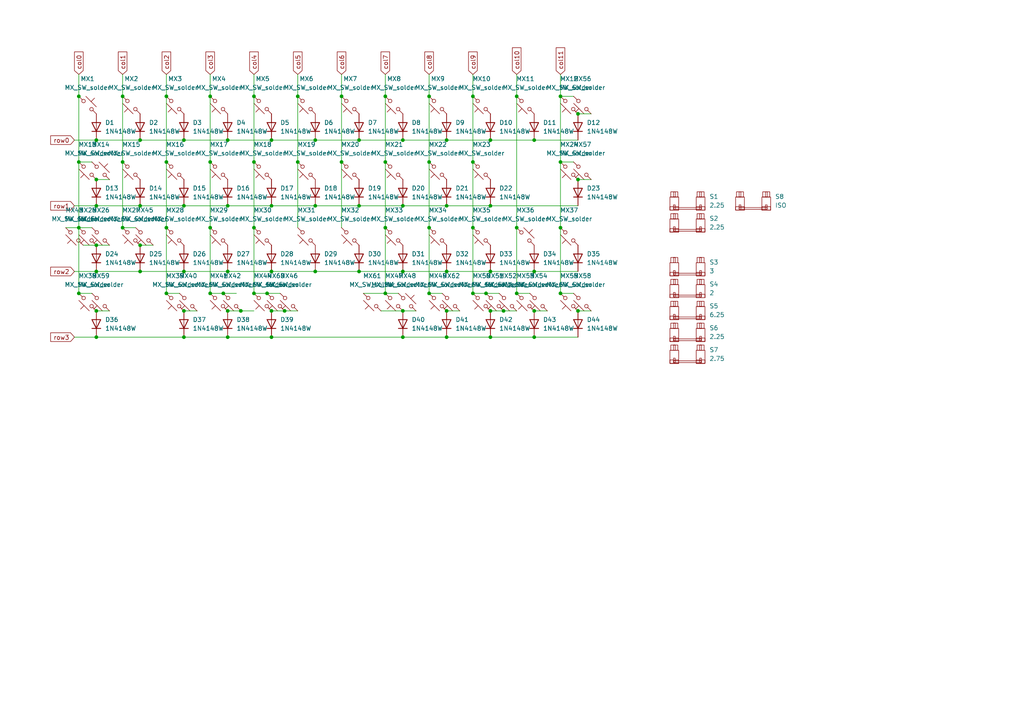
<source format=kicad_sch>
(kicad_sch (version 20250114) (generator "eeschema") (generator_version "9.0")
  (paper "A4")
  (lib_symbols
    (symbol "Diode:1N4148W" (pin_numbers (hide yes)) (pin_names (hide yes))
      (property "Reference" "D" (at 0 2.54 0))
      (property "Value" "1N4148W" (at 0 -2.54 0))
      (symbol "1N4148W_1_1"
        (pin passive line (at -3.81 0 0) (length 2.54) (name "K") (number "1"))
        (pin passive line (at 3.81 0 180) (length 2.54) (name "A") (number "2"))
      )
    )
    (symbol "PCM_marbastlib-mx:MX_SW_HS" (pin_numbers (hide yes)) (pin_names (offset 1.016) (hide yes))
      (property "Reference" "MX" (at 3.048 1.016 0))
      (property "Value" "MX_SW_HS" (at 0 -3.81 0))
      (symbol "MX_SW_HS_0_1"
        (pin passive line (at -2.54 2.54 0) (length 0) (name "1") (number "1"))
        (pin passive line (at 2.54 -2.54 180) (length 0) (name "2") (number "2"))
      )
    )
    (symbol "PCM_marbastlib-mx:MX_SW_solder" (pin_numbers (hide yes)) (pin_names (offset 1.016) (hide yes))
      (property "Reference" "MX" (at 3.048 1.016 0))
      (property "Value" "MX_SW_solder" (at 0 -3.81 0))
      (symbol "MX_SW_solder_0_1"
        (pin passive line (at -2.54 2.54 0) (length 0) (name "1") (number "1"))
        (pin passive line (at 2.54 -2.54 180) (length 0) (name "2") (number "2"))
      )
    )
    (symbol "PCM_marbastlib-mx:MX_stab" (pin_names (offset 1.016))
      (property "Reference" "S" (at -5.08 6.35 0))
      (property "Value" "MX_stab" (at -5.08 3.81 0))
    )
  )
  (junction (at 91.44 78.74))
  (junction (at 27.94 52.07))
  (junction (at 124.46 46.99))
  (junction (at 73.66 46.99))
  (junction (at 99.06 46.99))
  (junction (at 162.56 66.04))
  (junction (at 22.86 46.99))
  (junction (at 48.26 27.94))
  (junction (at 104.14 59.69))
  (junction (at 124.46 27.94))
  (junction (at 73.66 85.09))
  (junction (at 111.76 66.04))
  (junction (at 35.56 66.04))
  (junction (at 40.64 59.69))
  (junction (at 82.55 90.17))
  (junction (at 149.86 85.09))
  (junction (at 116.84 97.79))
  (junction (at 66.04 59.69))
  (junction (at 142.24 78.74))
  (junction (at 78.74 78.74))
  (junction (at 91.44 59.69))
  (junction (at 86.36 27.94))
  (junction (at 116.84 40.64))
  (junction (at 77.47 85.09))
  (junction (at 142.24 90.17))
  (junction (at 60.96 27.94))
  (junction (at 78.74 90.17))
  (junction (at 73.66 27.94))
  (junction (at 149.86 66.04))
  (junction (at 162.56 46.99))
  (junction (at 104.14 78.74))
  (junction (at 66.04 90.17))
  (junction (at 124.46 85.09))
  (junction (at 73.66 66.04))
  (junction (at 27.94 97.79))
  (junction (at 162.56 27.94))
  (junction (at 27.94 90.17))
  (junction (at 27.94 40.64))
  (junction (at 111.76 27.94))
  (junction (at 149.86 27.94))
  (junction (at 48.26 85.09))
  (junction (at 116.84 90.17))
  (junction (at 60.96 46.99))
  (junction (at 22.86 27.94))
  (junction (at 142.24 97.79))
  (junction (at 167.64 33.02))
  (junction (at 116.84 78.74))
  (junction (at 124.46 66.04))
  (junction (at 99.06 27.94))
  (junction (at 142.24 40.64))
  (junction (at 40.64 40.64))
  (junction (at 48.26 46.99))
  (junction (at 78.74 59.69))
  (junction (at 66.04 97.79))
  (junction (at 137.16 27.94))
  (junction (at 78.74 40.64))
  (junction (at 27.94 59.69))
  (junction (at 140.97 85.09))
  (junction (at 53.34 40.64))
  (junction (at 111.76 46.99))
  (junction (at 66.04 40.64))
  (junction (at 116.84 59.69))
  (junction (at 27.94 78.74))
  (junction (at 35.56 27.94))
  (junction (at 40.64 71.12))
  (junction (at 53.34 59.69))
  (junction (at 86.36 46.99))
  (junction (at 154.94 40.64))
  (junction (at 35.56 46.99))
  (junction (at 40.64 78.74))
  (junction (at 78.74 97.79))
  (junction (at 142.24 59.69))
  (junction (at 22.86 66.04))
  (junction (at 27.94 71.12))
  (junction (at 53.34 90.17))
  (junction (at 48.26 66.04))
  (junction (at 22.86 85.09))
  (junction (at 53.34 78.74))
  (junction (at 137.16 85.09))
  (junction (at 111.76 85.09))
  (junction (at 146.05 90.17))
  (junction (at 129.54 90.17))
  (junction (at 129.54 59.69))
  (junction (at 60.96 85.09))
  (junction (at 129.54 97.79))
  (junction (at 60.96 66.04))
  (junction (at 53.34 97.79))
  (junction (at 129.54 78.74))
  (junction (at 64.77 85.09))
  (junction (at 66.04 78.74))
  (junction (at 167.64 90.17))
  (junction (at 137.16 46.99))
  (junction (at 154.94 78.74))
  (junction (at 91.44 40.64))
  (junction (at 162.56 85.09))
  (junction (at 69.85 90.17))
  (junction (at 167.64 52.07))
  (junction (at 104.14 40.64))
  (junction (at 154.94 97.79))
  (junction (at 137.16 66.04))
  (junction (at 154.94 90.17))
  (junction (at 129.54 40.64))
  (wire (pts (xy 60.96 27.94) (xy 60.96 46.99)))
  (wire (pts (xy 137.16 46.99) (xy 137.16 66.04)))
  (wire (pts (xy 162.56 46.99) (xy 166.37 46.99)))
  (wire (pts (xy 105.41 85.09) (xy 111.76 85.09)))
  (wire (pts (xy 142.24 40.64) (xy 154.94 40.64)))
  (wire (pts (xy 110.49 90.17) (xy 116.84 90.17)))
  (wire (pts (xy 64.77 85.09) (xy 68.58 85.09)))
  (wire (pts (xy 86.36 27.94) (xy 86.36 46.99)))
  (wire (pts (xy 104.14 40.64) (xy 116.84 40.64)))
  (wire (pts (xy 111.76 46.99) (xy 111.76 66.04)))
  (wire (pts (xy 21.59 59.69) (xy 27.94 59.69)))
  (wire (pts (xy 53.34 97.79) (xy 66.04 97.79)))
  (wire (pts (xy 60.96 46.99) (xy 60.96 66.04)))
  (wire (pts (xy 124.46 46.99) (xy 124.46 66.04)))
  (wire (pts (xy 22.86 21.59) (xy 22.86 27.94)))
  (wire (pts (xy 27.94 71.12) (xy 31.75 71.12)))
  (wire (pts (xy 137.16 85.09) (xy 140.97 85.09)))
  (wire (pts (xy 27.94 40.64) (xy 40.64 40.64)))
  (wire (pts (xy 21.59 97.79) (xy 27.94 97.79)))
  (wire (pts (xy 111.76 21.59) (xy 111.76 27.94)))
  (wire (pts (xy 124.46 27.94) (xy 124.46 46.99)))
  (wire (pts (xy 124.46 85.09) (xy 128.27 85.09)))
  (wire (pts (xy 73.66 27.94) (xy 73.66 46.99)))
  (wire (pts (xy 167.64 33.02) (xy 171.45 33.02)))
  (wire (pts (xy 162.56 27.94) (xy 166.37 27.94)))
  (wire (pts (xy 35.56 21.59) (xy 35.56 27.94)))
  (wire (pts (xy 116.84 59.69) (xy 129.54 59.69)))
  (wire (pts (xy 149.86 27.94) (xy 149.86 66.04)))
  (wire (pts (xy 99.06 27.94) (xy 99.06 46.99)))
  (wire (pts (xy 129.54 97.79) (xy 142.24 97.79)))
  (wire (pts (xy 86.36 21.59) (xy 86.36 27.94)))
  (wire (pts (xy 154.94 40.64) (xy 167.64 40.64)))
  (wire (pts (xy 27.94 52.07) (xy 31.75 52.07)))
  (wire (pts (xy 66.04 78.74) (xy 78.74 78.74)))
  (wire (pts (xy 91.44 40.64) (xy 104.14 40.64)))
  (wire (pts (xy 154.94 78.74) (xy 167.64 78.74)))
  (wire (pts (xy 73.66 21.59) (xy 73.66 27.94)))
  (wire (pts (xy 116.84 40.64) (xy 129.54 40.64)))
  (wire (pts (xy 116.84 90.17) (xy 120.65 90.17)))
  (wire (pts (xy 111.76 27.94) (xy 111.76 46.99)))
  (wire (pts (xy 149.86 85.09) (xy 153.67 85.09)))
  (wire (pts (xy 99.06 21.59) (xy 99.06 27.94)))
  (wire (pts (xy 124.46 85.09) (xy 124.46 66.04)))
  (wire (pts (xy 73.66 85.09) (xy 77.47 85.09)))
  (wire (pts (xy 129.54 90.17) (xy 133.35 90.17)))
  (wire (pts (xy 40.64 59.69) (xy 53.34 59.69)))
  (wire (pts (xy 78.74 97.79) (xy 116.84 97.79)))
  (wire (pts (xy 129.54 59.69) (xy 142.24 59.69)))
  (wire (pts (xy 149.86 21.59) (xy 149.86 27.94)))
  (wire (pts (xy 111.76 66.04) (xy 111.76 85.09)))
  (wire (pts (xy 22.86 27.94) (xy 22.86 46.99)))
  (wire (pts (xy 48.26 66.04) (xy 48.26 85.09)))
  (wire (pts (xy 35.56 66.04) (xy 39.37 66.04)))
  (wire (pts (xy 48.26 21.59) (xy 48.26 27.94)))
  (wire (pts (xy 82.55 90.17) (xy 86.36 90.17)))
  (wire (pts (xy 162.56 66.04) (xy 162.56 85.09)))
  (wire (pts (xy 73.66 46.99) (xy 73.66 66.04)))
  (wire (pts (xy 91.44 78.74) (xy 104.14 78.74)))
  (wire (pts (xy 48.26 27.94) (xy 48.26 46.99)))
  (wire (pts (xy 78.74 40.64) (xy 91.44 40.64)))
  (wire (pts (xy 21.59 78.74) (xy 27.94 78.74)))
  (wire (pts (xy 162.56 21.59) (xy 162.56 27.94)))
  (wire (pts (xy 162.56 85.09) (xy 166.37 85.09)))
  (wire (pts (xy 140.97 85.09) (xy 144.78 85.09)))
  (wire (pts (xy 78.74 90.17) (xy 82.55 90.17)))
  (wire (pts (xy 27.94 90.17) (xy 31.75 90.17)))
  (wire (pts (xy 146.05 90.17) (xy 149.86 90.17)))
  (wire (pts (xy 22.86 46.99) (xy 22.86 66.04)))
  (wire (pts (xy 22.86 46.99) (xy 26.67 46.99)))
  (wire (pts (xy 86.36 46.99) (xy 86.36 66.04)))
  (wire (pts (xy 78.74 59.69) (xy 91.44 59.69)))
  (wire (pts (xy 60.96 85.09) (xy 64.77 85.09)))
  (wire (pts (xy 48.26 46.99) (xy 48.26 66.04)))
  (wire (pts (xy 40.64 40.64) (xy 53.34 40.64)))
  (wire (pts (xy 167.64 52.07) (xy 171.45 52.07)))
  (wire (pts (xy 53.34 78.74) (xy 66.04 78.74)))
  (wire (pts (xy 66.04 40.64) (xy 78.74 40.64)))
  (wire (pts (xy 137.16 21.59) (xy 137.16 27.94)))
  (wire (pts (xy 27.94 97.79) (xy 53.34 97.79)))
  (wire (pts (xy 53.34 40.64) (xy 66.04 40.64)))
  (wire (pts (xy 91.44 59.69) (xy 104.14 59.69)))
  (wire (pts (xy 53.34 90.17) (xy 57.15 90.17)))
  (wire (pts (xy 154.94 97.79) (xy 167.64 97.79)))
  (wire (pts (xy 21.59 40.64) (xy 27.94 40.64)))
  (wire (pts (xy 66.04 90.17) (xy 69.85 90.17)))
  (wire (pts (xy 60.96 66.04) (xy 60.96 85.09)))
  (wire (pts (xy 137.16 27.94) (xy 137.16 46.99)))
  (wire (pts (xy 124.46 21.59) (xy 124.46 27.94)))
  (wire (pts (xy 137.16 66.04) (xy 137.16 85.09)))
  (wire (pts (xy 149.86 66.04) (xy 149.86 85.09)))
  (wire (pts (xy 142.24 59.69) (xy 167.64 59.69)))
  (wire (pts (xy 116.84 78.74) (xy 129.54 78.74)))
  (wire (pts (xy 22.86 66.04) (xy 26.67 66.04)))
  (wire (pts (xy 22.86 85.09) (xy 26.67 85.09)))
  (wire (pts (xy 129.54 40.64) (xy 142.24 40.64)))
  (wire (pts (xy 99.06 46.99) (xy 99.06 66.04)))
  (wire (pts (xy 40.64 78.74) (xy 53.34 78.74)))
  (wire (pts (xy 35.56 27.94) (xy 35.56 46.99)))
  (wire (pts (xy 73.66 66.04) (xy 73.66 85.09)))
  (wire (pts (xy 78.74 78.74) (xy 91.44 78.74)))
  (wire (pts (xy 24.13 71.12) (xy 27.94 71.12)))
  (wire (pts (xy 66.04 59.69) (xy 78.74 59.69)))
  (wire (pts (xy 142.24 78.74) (xy 154.94 78.74)))
  (wire (pts (xy 116.84 97.79) (xy 129.54 97.79)))
  (wire (pts (xy 69.85 90.17) (xy 73.66 90.17)))
  (wire (pts (xy 27.94 78.74) (xy 40.64 78.74)))
  (wire (pts (xy 40.64 71.12) (xy 44.45 71.12)))
  (wire (pts (xy 19.05 66.04) (xy 22.86 66.04)))
  (wire (pts (xy 129.54 78.74) (xy 142.24 78.74)))
  (wire (pts (xy 154.94 90.17) (xy 158.75 90.17)))
  (wire (pts (xy 104.14 78.74) (xy 116.84 78.74)))
  (wire (pts (xy 167.64 90.17) (xy 171.45 90.17)))
  (wire (pts (xy 60.96 21.59) (xy 60.96 27.94)))
  (wire (pts (xy 53.34 59.69) (xy 66.04 59.69)))
  (wire (pts (xy 48.26 85.09) (xy 52.07 85.09)))
  (wire (pts (xy 162.56 27.94) (xy 162.56 46.99)))
  (wire (pts (xy 111.76 85.09) (xy 115.57 85.09)))
  (wire (pts (xy 77.47 85.09) (xy 81.28 85.09)))
  (wire (pts (xy 162.56 46.99) (xy 162.56 66.04)))
  (wire (pts (xy 22.86 66.04) (xy 22.86 85.09)))
  (wire (pts (xy 142.24 97.79) (xy 154.94 97.79)))
  (wire (pts (xy 104.14 59.69) (xy 116.84 59.69)))
  (wire (pts (xy 27.94 59.69) (xy 40.64 59.69)))
  (wire (pts (xy 66.04 97.79) (xy 78.74 97.79)))
  (wire (pts (xy 35.56 46.99) (xy 35.56 66.04)))
  (wire (pts (xy 142.24 90.17) (xy 146.05 90.17)))
  (global_label "col0" (shape input) (at 22.86 21.59 90) (property "Intersheetrefs" "${INTERSHEET_REFS}" (effects (hide yes))))
  (global_label "row2" (shape input) (at 21.59 78.74 180) (property "Intersheetrefs" "${INTERSHEET_REFS}" (effects (hide yes))))
  (global_label "col11" (shape input) (at 162.56 21.59 90) (property "Intersheetrefs" "${INTERSHEET_REFS}" (effects (hide yes))))
  (global_label "col10" (shape input) (at 149.86 21.59 90) (property "Intersheetrefs" "${INTERSHEET_REFS}" (effects (hide yes))))
  (global_label "col8" (shape input) (at 124.46 21.59 90) (property "Intersheetrefs" "${INTERSHEET_REFS}" (effects (hide yes))))
  (global_label "row0" (shape input) (at 21.59 40.64 180) (property "Intersheetrefs" "${INTERSHEET_REFS}" (effects (hide yes))))
  (global_label "row3" (shape input) (at 21.59 97.79 180) (property "Intersheetrefs" "${INTERSHEET_REFS}" (effects (hide yes))))
  (global_label "col4" (shape input) (at 73.66 21.59 90) (property "Intersheetrefs" "${INTERSHEET_REFS}" (effects (hide yes))))
  (global_label "col9" (shape input) (at 137.16 21.59 90) (property "Intersheetrefs" "${INTERSHEET_REFS}" (effects (hide yes))))
  (global_label "col3" (shape input) (at 60.96 21.59 90) (property "Intersheetrefs" "${INTERSHEET_REFS}" (effects (hide yes))))
  (global_label "col5" (shape input) (at 86.36 21.59 90) (property "Intersheetrefs" "${INTERSHEET_REFS}" (effects (hide yes))))
  (global_label "col1" (shape input) (at 35.56 21.59 90) (property "Intersheetrefs" "${INTERSHEET_REFS}" (effects (hide yes))))
  (global_label "col6" (shape input) (at 99.06 21.59 90) (property "Intersheetrefs" "${INTERSHEET_REFS}" (effects (hide yes))))
  (global_label "row1" (shape input) (at 21.59 59.69 180) (property "Intersheetrefs" "${INTERSHEET_REFS}" (effects (hide yes))))
  (global_label "col7" (shape input) (at 111.76 21.59 90) (property "Intersheetrefs" "${INTERSHEET_REFS}" (effects (hide yes))))
  (global_label "col2" (shape input) (at 48.26 21.59 90) (property "Intersheetrefs" "${INTERSHEET_REFS}" (effects (hide yes))))
  (symbol (lib_id "Diode:1N4148W") (at 154.94 74.93 90) (unit 1)
    (property "Reference" "D34" (at 157.48 73.6599 90) (effects (justify right)))
    (property "Value" "1N4148W" (at 157.48 76.1999 90) (effects (justify right)))
    (property "Footprint" "Diode_SMD:D_SOD-123" (effects (hide yes)))
    (property "Datasheet" "https://www.vishay.com/docs/85748/1n4148w.pdf" (effects (hide yes)))
    (property "Sim.Device" "D" (effects (hide yes)))
    (property "Sim.Pins" "1=K 2=A" (effects (hide yes)))
  )
  (symbol (lib_id "Diode:1N4148W") (at 104.14 74.93 90) (unit 1)
    (property "Reference" "D30" (at 106.68 73.6599 90) (effects (justify right)))
    (property "Value" "1N4148W" (at 106.68 76.1999 90) (effects (justify right)))
    (property "Footprint" "Diode_SMD:D_SOD-123" (effects (hide yes)))
    (property "Datasheet" "https://www.vishay.com/docs/85748/1n4148w.pdf" (effects (hide yes)))
    (property "Sim.Device" "D" (effects (hide yes)))
    (property "Sim.Pins" "1=K 2=A" (effects (hide yes)))
  )
  (symbol (lib_id "Diode:1N4148W") (at 27.94 55.88 90) (unit 1)
    (property "Reference" "D13" (at 30.48 54.6099 90) (effects (justify right)))
    (property "Value" "1N4148W" (at 30.48 57.1499 90) (effects (justify right)))
    (property "Footprint" "Diode_SMD:D_SOD-123" (effects (hide yes)))
    (property "Datasheet" "https://www.vishay.com/docs/85748/1n4148w.pdf" (effects (hide yes)))
    (property "Sim.Device" "D" (effects (hide yes)))
    (property "Sim.Pins" "1=K 2=A" (effects (hide yes)))
  )
  (symbol (lib_id "Diode:1N4148W") (at 167.64 55.88 90) (unit 1)
    (property "Reference" "D23" (at 170.18 54.6099 90) (effects (justify right)))
    (property "Value" "1N4148W" (at 170.18 57.1499 90) (effects (justify right)))
    (property "Footprint" "Diode_SMD:D_SOD-123" (effects (hide yes)))
    (property "Datasheet" "https://www.vishay.com/docs/85748/1n4148w.pdf" (effects (hide yes)))
    (property "Sim.Device" "D" (effects (hide yes)))
    (property "Sim.Pins" "1=K 2=A" (effects (hide yes)))
  )
  (symbol (lib_id "PCM_marbastlib-mx:MX_SW_HS") (at 38.1 30.48 180) (unit 1)
    (property "Reference" "MX2" (at 38.1 22.86 0))
    (property "Value" "MX_SW_solder" (at 38.1 25.4 0))
    (property "Footprint" "PCM_marbastlib-mx:SW_MX_1u" (effects (hide yes)))
  )
  (symbol (lib_id "PCM_marbastlib-mx:MX_SW_HS") (at 101.6 49.53 180) (unit 1)
    (property "Reference" "MX20" (at 101.6 41.91 0))
    (property "Value" "MX_SW_solder" (at 101.6 44.45 0))
    (property "Footprint" "PCM_marbastlib-mx:SW_MX_1u" (effects (hide yes)))
  )
  (symbol (lib_id "Diode:1N4148W") (at 40.64 55.88 90) (unit 1)
    (property "Reference" "D14" (at 43.18 54.6099 90) (effects (justify right)))
    (property "Value" "1N4148W" (at 43.18 57.1499 90) (effects (justify right)))
    (property "Footprint" "Diode_SMD:D_SOD-123" (effects (hide yes)))
    (property "Datasheet" "https://www.vishay.com/docs/85748/1n4148w.pdf" (effects (hide yes)))
    (property "Sim.Device" "D" (effects (hide yes)))
    (property "Sim.Pins" "1=K 2=A" (effects (hide yes)))
  )
  (symbol (lib_id "Diode:1N4148W") (at 66.04 93.98 90) (unit 1)
    (property "Reference" "D38" (at 68.58 92.7099 90) (effects (justify right)))
    (property "Value" "1N4148W" (at 68.58 95.2499 90) (effects (justify right)))
    (property "Footprint" "Diode_SMD:D_SOD-123" (effects (hide yes)))
    (property "Datasheet" "https://www.vishay.com/docs/85748/1n4148w.pdf" (effects (hide yes)))
    (property "Sim.Device" "D" (effects (hide yes)))
    (property "Sim.Pins" "1=K 2=A" (effects (hide yes)))
  )
  (symbol (lib_id "PCM_marbastlib-mx:MX_SW_solder") (at 83.82 87.63 180) (unit 1)
    (property "Reference" "MX46" (at 83.82 80.01 0))
    (property "Value" "MX_SW_solder" (at 83.82 82.55 0))
    (property "Footprint" "PCM_marbastlib-mx:SW_MX_1u" (effects (hide yes)))
    (property "Description" "Push button switch, normally open, two pins, 45° tilted" (effects (hide yes)))
  )
  (symbol (lib_id "PCM_marbastlib-mx:MX_SW_HS") (at 168.91 49.53 180) (unit 1)
    (property "Reference" "MX57" (at 168.91 41.91 0))
    (property "Value" "MX_SW_solder" (at 168.91 44.45 0))
    (property "Footprint" "PCM_marbastlib-mx:SW_MX_1u" (effects (hide yes)))
  )
  (symbol (lib_id "PCM_marbastlib-mx:MX_SW_HS") (at 63.5 68.58 180) (unit 1)
    (property "Reference" "MX29" (at 63.5 60.96 0))
    (property "Value" "MX_SW_solder" (at 63.5 63.5 0))
    (property "Footprint" "PCM_marbastlib-mx:SW_MX_1u" (effects (hide yes)))
  )
  (symbol (lib_id "Diode:1N4148W") (at 40.64 74.93 90) (unit 1)
    (property "Reference" "D25" (at 43.18 73.6599 90) (effects (justify right)))
    (property "Value" "1N4148W" (at 43.18 76.1999 90) (effects (justify right)))
    (property "Footprint" "Diode_SMD:D_SOD-123" (effects (hide yes)))
    (property "Datasheet" "https://www.vishay.com/docs/85748/1n4148w.pdf" (effects (hide yes)))
    (property "Sim.Device" "D" (effects (hide yes)))
    (property "Sim.Pins" "1=K 2=A" (effects (hide yes)))
  )
  (symbol (lib_id "Diode:1N4148W") (at 142.24 74.93 90) (unit 1)
    (property "Reference" "D33" (at 144.78 73.6599 90) (effects (justify right)))
    (property "Value" "1N4148W" (at 144.78 76.1999 90) (effects (justify right)))
    (property "Footprint" "Diode_SMD:D_SOD-123" (effects (hide yes)))
    (property "Datasheet" "https://www.vishay.com/docs/85748/1n4148w.pdf" (effects (hide yes)))
    (property "Sim.Device" "D" (effects (hide yes)))
    (property "Sim.Pins" "1=K 2=A" (effects (hide yes)))
  )
  (symbol (lib_id "PCM_marbastlib-mx:MX_SW_HS") (at 127 49.53 180) (unit 1)
    (property "Reference" "MX22" (at 127 41.91 0))
    (property "Value" "MX_SW_solder" (at 127 44.45 0))
    (property "Footprint" "PCM_marbastlib-mx:SW_MX_1u" (effects (hide yes)))
  )
  (symbol (lib_id "PCM_marbastlib-mx:MX_SW_solder") (at 63.5 87.63 180) (unit 1)
    (property "Reference" "MX41" (at 63.5 80.01 0))
    (property "Value" "MX_SW_solder" (at 63.5 82.55 0))
    (property "Footprint" "PCM_marbastlib-mx:SW_MX_1.25u" (effects (hide yes)))
    (property "Description" "Push button switch, normally open, two pins, 45° tilted" (effects (hide yes)))
  )
  (symbol (lib_id "PCM_marbastlib-mx:MX_SW_HS") (at 152.4 68.58 0) (unit 1)
    (property "Reference" "MX36" (at 152.4 60.96 0))
    (property "Value" "MX_SW_solder" (at 152.4 63.5 0))
    (property "Footprint" "PCM_marbastlib-mx:SW_MX_1.75u" (effects (hide yes)))
  )
  (symbol (lib_id "PCM_marbastlib-mx:MX_SW_HS") (at 21.59 68.58 180) (unit 1)
    (property "Reference" "MX43" (at 21.59 60.96 0))
    (property "Value" "MX_SW_solder" (at 21.59 63.5 0))
    (property "Footprint" "PCM_marbastlib-mx:SW_MX_1u" (effects (hide yes)))
  )
  (symbol (lib_id "PCM_marbastlib-mx:MX_SW_solder") (at 118.11 87.63 0) (unit 1)
    (property "Reference" "MX48" (at 118.11 80.01 0))
    (property "Value" "MX_SW_solder" (at 118.11 82.55 0))
    (property "Footprint" "PCM_marbastlib-mx:SW_MX_1u" (effects (hide yes)))
    (property "Description" "Push button switch, normally open, two pins, 45° tilted" (effects (hide yes)))
  )
  (symbol (lib_id "Diode:1N4148W") (at 91.44 36.83 90) (unit 1)
    (property "Reference" "D6" (at 93.98 35.56 90) (effects (justify right)))
    (property "Value" "1N4148W" (at 93.98 38.1 90) (effects (justify right)))
    (property "Footprint" "Diode_SMD:D_SOD-123" (effects (hide yes)))
    (property "Datasheet" "https://www.vishay.com/docs/85748/1n4148w.pdf" (effects (hide yes)))
    (property "Sim.Device" "D" (effects (hide yes)))
    (property "Sim.Pins" "1=K 2=A" (effects (hide yes)))
  )
  (symbol (lib_id "Diode:1N4148W") (at 27.94 74.93 90) (unit 1)
    (property "Reference" "D24" (at 30.48 73.6599 90) (effects (justify right)))
    (property "Value" "1N4148W" (at 30.48 76.1999 90) (effects (justify right)))
    (property "Footprint" "Diode_SMD:D_SOD-123" (effects (hide yes)))
    (property "Datasheet" "https://www.vishay.com/docs/85748/1n4148w.pdf" (effects (hide yes)))
    (property "Sim.Device" "D" (effects (hide yes)))
    (property "Sim.Pins" "1=K 2=A" (effects (hide yes)))
  )
  (symbol (lib_id "PCM_marbastlib-mx:MX_SW_HS") (at 114.3 49.53 180) (unit 1)
    (property "Reference" "MX21" (at 114.3 41.91 0))
    (property "Value" "MX_SW_solder" (at 114.3 44.45 0))
    (property "Footprint" "PCM_marbastlib-mx:SW_MX_1u" (effects (hide yes)))
  )
  (symbol (lib_id "Diode:1N4148W") (at 53.34 36.83 90) (unit 1)
    (property "Reference" "D3" (at 55.88 35.56 90) (effects (justify right)))
    (property "Value" "1N4148W" (at 55.88 38.1 90) (effects (justify right)))
    (property "Footprint" "Diode_SMD:D_SOD-123" (effects (hide yes)))
    (property "Datasheet" "https://www.vishay.com/docs/85748/1n4148w.pdf" (effects (hide yes)))
    (property "Sim.Device" "D" (effects (hide yes)))
    (property "Sim.Pins" "1=K 2=A" (effects (hide yes)))
  )
  (symbol (lib_id "PCM_marbastlib-mx:MX_SW_HS") (at 50.8 68.58 180) (unit 1)
    (property "Reference" "MX28" (at 50.8 60.96 0))
    (property "Value" "MX_SW_solder" (at 50.8 63.5 0))
    (property "Footprint" "PCM_marbastlib-mx:SW_MX_1u" (effects (hide yes)))
  )
  (symbol (lib_id "Diode:1N4148W") (at 53.34 74.93 90) (unit 1)
    (property "Reference" "D26" (at 55.88 73.6599 90) (effects (justify right)))
    (property "Value" "1N4148W" (at 55.88 76.1999 90) (effects (justify right)))
    (property "Footprint" "Diode_SMD:D_SOD-123" (effects (hide yes)))
    (property "Datasheet" "https://www.vishay.com/docs/85748/1n4148w.pdf" (effects (hide yes)))
    (property "Sim.Device" "D" (effects (hide yes)))
    (property "Sim.Pins" "1=K 2=A" (effects (hide yes)))
  )
  (symbol (lib_id "PCM_marbastlib-mx:MX_stab") (at 199.39 64.77 0) (unit 1)
    (property "Reference" "S2" (at 205.74 63.3729 0) (effects (justify left)))
    (property "Value" "2.25" (at 205.74 65.9129 0) (effects (justify left)))
    (property "Footprint" "PCM_marbastlib-mx:STAB_MX_2.25u" (effects (hide yes)))
  )
  (symbol (lib_id "Diode:1N4148W") (at 53.34 93.98 90) (unit 1)
    (property "Reference" "D37" (at 55.88 92.7099 90) (effects (justify right)))
    (property "Value" "1N4148W" (at 55.88 95.2499 90) (effects (justify right)))
    (property "Footprint" "Diode_SMD:D_SOD-123" (effects (hide yes)))
    (property "Datasheet" "https://www.vishay.com/docs/85748/1n4148w.pdf" (effects (hide yes)))
    (property "Sim.Device" "D" (effects (hide yes)))
    (property "Sim.Pins" "1=K 2=A" (effects (hide yes)))
  )
  (symbol (lib_id "PCM_marbastlib-mx:MX_stab") (at 199.39 58.42 0) (unit 1)
    (property "Reference" "S1" (at 205.74 57.0229 0) (effects (justify left)))
    (property "Value" "2.25" (at 205.74 59.5629 0) (effects (justify left)))
    (property "Footprint" "PCM_marbastlib-mx:STAB_MX_2.25u" (effects (hide yes)))
  )
  (symbol (lib_id "PCM_marbastlib-mx:MX_SW_solder") (at 80.01 87.63 180) (unit 1)
    (property "Reference" "MX60" (at 80.01 80.01 0))
    (property "Value" "MX_SW_solder" (at 80.01 82.55 0))
    (property "Footprint" "PCM_marbastlib-mx:SW_MX_1u" (effects (hide yes)))
    (property "Description" "Push button switch, normally open, two pins, 45° tilted" (effects (hide yes)))
  )
  (symbol (lib_id "Diode:1N4148W") (at 154.94 36.83 90) (unit 1)
    (property "Reference" "D11" (at 157.48 35.56 90) (effects (justify right)))
    (property "Value" "1N4148W" (at 157.48 38.1 90) (effects (justify right)))
    (property "Footprint" "Diode_SMD:D_SOD-123" (effects (hide yes)))
    (property "Datasheet" "https://www.vishay.com/docs/85748/1n4148w.pdf" (effects (hide yes)))
    (property "Sim.Device" "D" (effects (hide yes)))
    (property "Sim.Pins" "1=K 2=A" (effects (hide yes)))
  )
  (symbol (lib_id "PCM_marbastlib-mx:MX_SW_HS") (at 88.9 30.48 180) (unit 1)
    (property "Reference" "MX6" (at 88.9 22.86 0))
    (property "Value" "MX_SW_solder" (at 88.9 25.4 0))
    (property "Footprint" "PCM_marbastlib-mx:SW_MX_1u" (effects (hide yes)))
  )
  (symbol (lib_id "Diode:1N4148W") (at 91.44 55.88 90) (unit 1)
    (property "Reference" "D18" (at 93.98 54.6099 90) (effects (justify right)))
    (property "Value" "1N4148W" (at 93.98 57.1499 90) (effects (justify right)))
    (property "Footprint" "Diode_SMD:D_SOD-123" (effects (hide yes)))
    (property "Datasheet" "https://www.vishay.com/docs/85748/1n4148w.pdf" (effects (hide yes)))
    (property "Sim.Device" "D" (effects (hide yes)))
    (property "Sim.Pins" "1=K 2=A" (effects (hide yes)))
  )
  (symbol (lib_id "PCM_marbastlib-mx:MX_SW_solder") (at 143.51 87.63 180) (unit 1)
    (property "Reference" "MX51" (at 143.51 80.01 0))
    (property "Value" "MX_SW_solder" (at 143.51 82.55 0))
    (property "Footprint" "PCM_marbastlib-mx:SW_MX_1u" (effects (hide yes)))
    (property "Description" "Push button switch, normally open, two pins, 45° tilted" (effects (hide yes)))
  )
  (symbol (lib_id "Diode:1N4148W") (at 142.24 55.88 90) (unit 1)
    (property "Reference" "D22" (at 144.78 54.6099 90) (effects (justify right)))
    (property "Value" "1N4148W" (at 144.78 57.1499 90) (effects (justify right)))
    (property "Footprint" "Diode_SMD:D_SOD-123" (effects (hide yes)))
    (property "Datasheet" "https://www.vishay.com/docs/85748/1n4148w.pdf" (effects (hide yes)))
    (property "Sim.Device" "D" (effects (hide yes)))
    (property "Sim.Pins" "1=K 2=A" (effects (hide yes)))
  )
  (symbol (lib_id "Diode:1N4148W") (at 116.84 93.98 90) (unit 1)
    (property "Reference" "D40" (at 119.38 92.7099 90) (effects (justify right)))
    (property "Value" "1N4148W" (at 119.38 95.2499 90) (effects (justify right)))
    (property "Footprint" "Diode_SMD:D_SOD-123" (effects (hide yes)))
    (property "Datasheet" "https://www.vishay.com/docs/85748/1n4148w.pdf" (effects (hide yes)))
    (property "Sim.Device" "D" (effects (hide yes)))
    (property "Sim.Pins" "1=K 2=A" (effects (hide yes)))
  )
  (symbol (lib_id "Diode:1N4148W") (at 104.14 36.83 90) (unit 1)
    (property "Reference" "D7" (at 106.68 35.56 90) (effects (justify right)))
    (property "Value" "1N4148W" (at 106.68 38.1 90) (effects (justify right)))
    (property "Footprint" "Diode_SMD:D_SOD-123" (effects (hide yes)))
    (property "Datasheet" "https://www.vishay.com/docs/85748/1n4148w.pdf" (effects (hide yes)))
    (property "Sim.Device" "D" (effects (hide yes)))
    (property "Sim.Pins" "1=K 2=A" (effects (hide yes)))
  )
  (symbol (lib_id "PCM_marbastlib-mx:MX_SW_HS") (at 25.4 30.48 0) (unit 1)
    (property "Reference" "MX1" (at 25.4 22.86 0))
    (property "Value" "MX_SW_solder" (at 25.4 25.4 0))
    (property "Footprint" "PCM_marbastlib-mx:SW_MX_1.5u" (effects (hide yes)))
  )
  (symbol (lib_id "PCM_marbastlib-mx:MX_stab") (at 199.39 83.82 0) (unit 1)
    (property "Reference" "S4" (at 205.74 82.4229 0) (effects (justify left)))
    (property "Value" "2" (at 205.74 84.9629 0) (effects (justify left)))
    (property "Footprint" "PCM_marbastlib-mx:STAB_MX_2u" (effects (hide yes)))
  )
  (symbol (lib_id "PCM_marbastlib-mx:MX_stab") (at 199.39 102.87 0) (unit 1)
    (property "Reference" "S7" (at 205.74 101.4729 0) (effects (justify left)))
    (property "Value" "2.75" (at 205.74 104.0129 0) (effects (justify left)))
    (property "Footprint" "PCM_marbastlib-mx:STAB_MX_2.75u" (effects (hide yes)))
  )
  (symbol (lib_id "PCM_marbastlib-mx:MX_SW_solder") (at 147.32 87.63 180) (unit 1)
    (property "Reference" "MX52" (at 147.32 80.01 0))
    (property "Value" "MX_SW_solder" (at 147.32 82.55 0))
    (property "Footprint" "PCM_marbastlib-mx:SW_MX_1u" (effects (hide yes)))
    (property "Description" "Push button switch, normally open, two pins, 45° tilted" (effects (hide yes)))
  )
  (symbol (lib_id "PCM_marbastlib-mx:MX_SW_HS") (at 139.7 30.48 180) (unit 1)
    (property "Reference" "MX10" (at 139.7 22.86 0))
    (property "Value" "MX_SW_solder" (at 139.7 25.4 0))
    (property "Footprint" "PCM_marbastlib-mx:SW_MX_1u" (effects (hide yes)))
  )
  (symbol (lib_id "PCM_marbastlib-mx:MX_SW_solder") (at 127 87.63 180) (unit 1)
    (property "Reference" "MX49" (at 127 80.01 0))
    (property "Value" "MX_SW_solder" (at 127 82.55 0))
    (property "Footprint" "PCM_marbastlib-mx:SW_MX_1u" (effects (hide yes)))
    (property "Description" "Push button switch, normally open, two pins, 45° tilted" (effects (hide yes)))
  )
  (symbol (lib_id "PCM_marbastlib-mx:MX_SW_solder") (at 67.31 87.63 180) (unit 1)
    (property "Reference" "MX42" (at 67.31 80.01 0))
    (property "Value" "MX_SW_solder" (at 67.31 82.55 0))
    (property "Footprint" "PCM_marbastlib-mx:SW_MX_1u" (effects (hide yes)))
    (property "Description" "Push button switch, normally open, two pins, 45° tilted" (effects (hide yes)))
  )
  (symbol (lib_id "Diode:1N4148W") (at 142.24 36.83 90) (unit 1)
    (property "Reference" "D10" (at 144.78 35.56 90) (effects (justify right)))
    (property "Value" "1N4148W" (at 144.78 38.1 90) (effects (justify right)))
    (property "Footprint" "Diode_SMD:D_SOD-123" (effects (hide yes)))
    (property "Datasheet" "https://www.vishay.com/docs/85748/1n4148w.pdf" (effects (hide yes)))
    (property "Sim.Device" "D" (effects (hide yes)))
    (property "Sim.Pins" "1=K 2=A" (effects (hide yes)))
  )
  (symbol (lib_id "PCM_marbastlib-mx:MX_SW_solder") (at 29.21 49.53 0) (unit 1)
    (property "Reference" "MX14" (at 29.21 41.91 0))
    (property "Value" "MX_SW_solder" (at 29.21 44.45 0))
    (property "Footprint" "PCM_marbastlib-mx:SW_MX_1.75u_STP_1.25" (effects (hide yes)))
  )
  (symbol (lib_id "Diode:1N4148W") (at 142.24 93.98 90) (unit 1)
    (property "Reference" "D42" (at 144.78 92.7099 90) (effects (justify right)))
    (property "Value" "1N4148W" (at 144.78 95.2499 90) (effects (justify right)))
    (property "Footprint" "Diode_SMD:D_SOD-123" (effects (hide yes)))
    (property "Datasheet" "https://www.vishay.com/docs/85748/1n4148w.pdf" (effects (hide yes)))
    (property "Sim.Device" "D" (effects (hide yes)))
    (property "Sim.Pins" "1=K 2=A" (effects (hide yes)))
  )
  (symbol (lib_id "PCM_marbastlib-mx:MX_SW_solder") (at 107.95 87.63 180) (unit 1)
    (property "Reference" "MX61" (at 107.95 80.01 0))
    (property "Value" "MX_SW_solder" (at 107.95 82.55 0))
    (property "Footprint" "PCM_marbastlib-mx:SW_MX_1u" (effects (hide yes)))
    (property "Description" "Push button switch, normally open, two pins, 45° tilted" (effects (hide yes)))
  )
  (symbol (lib_id "Diode:1N4148W") (at 129.54 93.98 90) (unit 1)
    (property "Reference" "D41" (at 132.08 92.7099 90) (effects (justify right)))
    (property "Value" "1N4148W" (at 132.08 95.2499 90) (effects (justify right)))
    (property "Footprint" "Diode_SMD:D_SOD-123" (effects (hide yes)))
    (property "Datasheet" "https://www.vishay.com/docs/85748/1n4148w.pdf" (effects (hide yes)))
    (property "Sim.Device" "D" (effects (hide yes)))
    (property "Sim.Pins" "1=K 2=A" (effects (hide yes)))
  )
  (symbol (lib_id "PCM_marbastlib-mx:MX_SW_HS") (at 25.4 49.53 180) (unit 1)
    (property "Reference" "MX13" (at 25.4 41.91 0))
    (property "Value" "MX_SW_solder" (at 25.4 44.45 0))
    (property "Footprint" "PCM_marbastlib-mx:SW_MX_1.75u" (effects (hide yes)))
  )
  (symbol (lib_id "Diode:1N4148W") (at 116.84 55.88 90) (unit 1)
    (property "Reference" "D20" (at 119.38 54.6099 90) (effects (justify right)))
    (property "Value" "1N4148W" (at 119.38 57.1499 90) (effects (justify right)))
    (property "Footprint" "Diode_SMD:D_SOD-123" (effects (hide yes)))
    (property "Datasheet" "https://www.vishay.com/docs/85748/1n4148w.pdf" (effects (hide yes)))
    (property "Sim.Device" "D" (effects (hide yes)))
    (property "Sim.Pins" "1=K 2=A" (effects (hide yes)))
  )
  (symbol (lib_id "PCM_marbastlib-mx:MX_SW_solder") (at 165.1 87.63 180) (unit 1)
    (property "Reference" "MX55" (at 165.1 80.01 0))
    (property "Value" "MX_SW_solder" (at 165.1 82.55 0))
    (property "Footprint" "PCM_marbastlib-mx:SW_MX_1.25u" (effects (hide yes)))
  )
  (symbol (lib_id "PCM_marbastlib-mx:MX_SW_HS") (at 152.4 30.48 180) (unit 1)
    (property "Reference" "MX11" (at 152.4 22.86 0))
    (property "Value" "MX_SW_solder" (at 152.4 25.4 0))
    (property "Footprint" "PCM_marbastlib-mx:SW_MX_1u" (effects (hide yes)))
  )
  (symbol (lib_id "PCM_marbastlib-mx:MX_SW_solder") (at 168.91 87.63 180) (unit 1)
    (property "Reference" "MX58" (at 168.91 80.01 0))
    (property "Value" "MX_SW_solder" (at 168.91 82.55 0))
    (property "Footprint" "PCM_marbastlib-mx:SW_MX_1.25u" (effects (hide yes)))
  )
  (symbol (lib_id "PCM_marbastlib-mx:MX_SW_solder") (at 54.61 87.63 180) (unit 1)
    (property "Reference" "MX40" (at 54.61 80.01 0))
    (property "Value" "MX_SW_solder" (at 54.61 82.55 0))
    (property "Footprint" "PCM_marbastlib-mx:SW_MX_1u" (effects (hide yes)))
    (property "Description" "Push button switch, normally open, two pins, 45° tilted" (effects (hide yes)))
  )
  (symbol (lib_id "PCM_marbastlib-mx:MX_stab") (at 199.39 96.52 0) (unit 1)
    (property "Reference" "S6" (at 205.74 95.1229 0) (effects (justify left)))
    (property "Value" "2.25" (at 205.74 97.6629 0) (effects (justify left)))
    (property "Footprint" "PCM_marbastlib-mx:STAB_MX_2.25u" (effects (hide yes)))
  )
  (symbol (lib_id "Diode:1N4148W") (at 129.54 36.83 90) (unit 1)
    (property "Reference" "D9" (at 132.08 35.56 90) (effects (justify right)))
    (property "Value" "1N4148W" (at 132.08 38.1 90) (effects (justify right)))
    (property "Footprint" "Diode_SMD:D_SOD-123" (effects (hide yes)))
    (property "Datasheet" "https://www.vishay.com/docs/85748/1n4148w.pdf" (effects (hide yes)))
    (property "Sim.Device" "D" (effects (hide yes)))
    (property "Sim.Pins" "1=K 2=A" (effects (hide yes)))
  )
  (symbol (lib_id "PCM_marbastlib-mx:MX_SW_HS") (at 101.6 68.58 180) (unit 1)
    (property "Reference" "MX32" (at 101.6 60.96 0))
    (property "Value" "MX_SW_solder" (at 101.6 63.5 0))
    (property "Footprint" "PCM_marbastlib-mx:SW_MX_1u" (effects (hide yes)))
  )
  (symbol (lib_id "PCM_marbastlib-mx:MX_SW_HS") (at 63.5 30.48 180) (unit 1)
    (property "Reference" "MX4" (at 63.5 22.86 0))
    (property "Value" "MX_SW_solder" (at 63.5 25.4 0))
    (property "Footprint" "PCM_marbastlib-mx:SW_MX_1u" (effects (hide yes)))
  )
  (symbol (lib_id "Diode:1N4148W") (at 66.04 74.93 90) (unit 1)
    (property "Reference" "D27" (at 68.58 73.6599 90) (effects (justify right)))
    (property "Value" "1N4148W" (at 68.58 76.1999 90) (effects (justify right)))
    (property "Footprint" "Diode_SMD:D_SOD-123" (effects (hide yes)))
    (property "Datasheet" "https://www.vishay.com/docs/85748/1n4148w.pdf" (effects (hide yes)))
    (property "Sim.Device" "D" (effects (hide yes)))
    (property "Sim.Pins" "1=K 2=A" (effects (hide yes)))
  )
  (symbol (lib_id "PCM_marbastlib-mx:MX_SW_HS") (at 152.4 87.63 180) (unit 1)
    (property "Reference" "MX53" (at 152.4 80.01 0))
    (property "Value" "MX_SW_solder" (at 152.4 82.55 0))
    (property "Footprint" "PCM_marbastlib-mx:SW_MX_1.25u" (effects (hide yes)))
  )
  (symbol (lib_id "PCM_marbastlib-mx:MX_SW_HS") (at 50.8 30.48 180) (unit 1)
    (property "Reference" "MX3" (at 50.8 22.86 0))
    (property "Value" "MX_SW_solder" (at 50.8 25.4 0))
    (property "Footprint" "PCM_marbastlib-mx:SW_MX_1u" (effects (hide yes)))
  )
  (symbol (lib_id "Diode:1N4148W") (at 154.94 93.98 90) (unit 1)
    (property "Reference" "D43" (at 157.48 92.7099 90) (effects (justify right)))
    (property "Value" "1N4148W" (at 157.48 95.2499 90) (effects (justify right)))
    (property "Footprint" "Diode_SMD:D_SOD-123" (effects (hide yes)))
    (property "Datasheet" "https://www.vishay.com/docs/85748/1n4148w.pdf" (effects (hide yes)))
    (property "Sim.Device" "D" (effects (hide yes)))
    (property "Sim.Pins" "1=K 2=A" (effects (hide yes)))
  )
  (symbol (lib_id "Diode:1N4148W") (at 129.54 74.93 90) (unit 1)
    (property "Reference" "D32" (at 132.08 73.6599 90) (effects (justify right)))
    (property "Value" "1N4148W" (at 132.08 76.1999 90) (effects (justify right)))
    (property "Footprint" "Diode_SMD:D_SOD-123" (effects (hide yes)))
    (property "Datasheet" "https://www.vishay.com/docs/85748/1n4148w.pdf" (effects (hide yes)))
    (property "Sim.Device" "D" (effects (hide yes)))
    (property "Sim.Pins" "1=K 2=A" (effects (hide yes)))
  )
  (symbol (lib_id "Diode:1N4148W") (at 104.14 55.88 90) (unit 1)
    (property "Reference" "D19" (at 106.68 54.6099 90) (effects (justify right)))
    (property "Value" "1N4148W" (at 106.68 57.1499 90) (effects (justify right)))
    (property "Footprint" "Diode_SMD:D_SOD-123" (effects (hide yes)))
    (property "Datasheet" "https://www.vishay.com/docs/85748/1n4148w.pdf" (effects (hide yes)))
    (property "Sim.Device" "D" (effects (hide yes)))
    (property "Sim.Pins" "1=K 2=A" (effects (hide yes)))
  )
  (symbol (lib_id "PCM_marbastlib-mx:MX_SW_solder") (at 41.91 68.58 180) (unit 1)
    (property "Reference" "MX45" (at 41.91 60.96 0))
    (property "Value" "MX_SW_solder" (at 41.91 63.5 0))
    (property "Footprint" "PCM_marbastlib-mx:SW_MX_1.25u" (effects (hide yes)))
    (property "Description" "Push button switch, normally open, two pins, 45° tilted" (effects (hide yes)))
  )
  (symbol (lib_id "PCM_marbastlib-mx:MX_SW_solder") (at 29.21 68.58 180) (unit 1)
    (property "Reference" "MX26" (at 29.21 60.96 0))
    (property "Value" "MX_SW_solder" (at 29.21 63.5 0))
    (property "Footprint" "PCM_marbastlib-mx:SW_MX_1.25u" (effects (hide yes)))
    (property "Description" "Push button switch, normally open, two pins, 45° tilted" (effects (hide yes)))
  )
  (symbol (lib_id "PCM_marbastlib-mx:MX_SW_HS") (at 38.1 49.53 180) (unit 1)
    (property "Reference" "MX15" (at 38.1 41.91 0))
    (property "Value" "MX_SW_solder" (at 38.1 44.45 0))
    (property "Footprint" "PCM_marbastlib-mx:SW_MX_1u" (effects (hide yes)))
  )
  (symbol (lib_id "PCM_marbastlib-mx:MX_SW_HS") (at 63.5 49.53 180) (unit 1)
    (property "Reference" "MX17" (at 63.5 41.91 0))
    (property "Value" "MX_SW_solder" (at 63.5 44.45 0))
    (property "Footprint" "PCM_marbastlib-mx:SW_MX_1u" (effects (hide yes)))
  )
  (symbol (lib_id "Diode:1N4148W") (at 66.04 55.88 90) (unit 1)
    (property "Reference" "D16" (at 68.58 54.6099 90) (effects (justify right)))
    (property "Value" "1N4148W" (at 68.58 57.1499 90) (effects (justify right)))
    (property "Footprint" "Diode_SMD:D_SOD-123" (effects (hide yes)))
    (property "Datasheet" "https://www.vishay.com/docs/85748/1n4148w.pdf" (effects (hide yes)))
    (property "Sim.Device" "D" (effects (hide yes)))
    (property "Sim.Pins" "1=K 2=A" (effects (hide yes)))
  )
  (symbol (lib_id "PCM_marbastlib-mx:MX_SW_solder") (at 114.3 87.63 180) (unit 1)
    (property "Reference" "MX47" (at 114.3 80.01 0))
    (property "Value" "MX_SW_solder" (at 114.3 82.55 0))
    (property "Footprint" "PCM_marbastlib-mx:SW_MX_1u" (effects (hide yes)))
    (property "Description" "Push button switch, normally open, two pins, 45° tilted" (effects (hide yes)))
  )
  (symbol (lib_id "Diode:1N4148W") (at 53.34 55.88 90) (unit 1)
    (property "Reference" "D15" (at 55.88 54.6099 90) (effects (justify right)))
    (property "Value" "1N4148W" (at 55.88 57.1499 90) (effects (justify right)))
    (property "Footprint" "Diode_SMD:D_SOD-123" (effects (hide yes)))
    (property "Datasheet" "https://www.vishay.com/docs/85748/1n4148w.pdf" (effects (hide yes)))
    (property "Sim.Device" "D" (effects (hide yes)))
    (property "Sim.Pins" "1=K 2=A" (effects (hide yes)))
  )
  (symbol (lib_id "Diode:1N4148W") (at 27.94 36.83 90) (unit 1)
    (property "Reference" "D1" (at 30.48 35.56 90) (effects (justify right)))
    (property "Value" "1N4148W" (at 30.48 38.1 90) (effects (justify right)))
    (property "Footprint" "Diode_SMD:D_SOD-123" (effects (hide yes)))
    (property "Datasheet" "https://www.vishay.com/docs/85748/1n4148w.pdf" (effects (hide yes)))
    (property "Sim.Device" "D" (effects (hide yes)))
    (property "Sim.Pins" "1=K 2=A" (effects (hide yes)))
  )
  (symbol (lib_id "PCM_marbastlib-mx:MX_SW_solder") (at 156.21 87.63 180) (unit 1)
    (property "Reference" "MX54" (at 156.21 80.01 0))
    (property "Value" "MX_SW_solder" (at 156.21 82.55 0))
    (property "Footprint" "PCM_marbastlib-mx:SW_MX_1u" (effects (hide yes)))
    (property "Description" "Push button switch, normally open, two pins, 45° tilted" (effects (hide yes)))
  )
  (symbol (lib_id "Diode:1N4148W") (at 91.44 74.93 90) (unit 1)
    (property "Reference" "D29" (at 93.98 73.6599 90) (effects (justify right)))
    (property "Value" "1N4148W" (at 93.98 76.1999 90) (effects (justify right)))
    (property "Footprint" "Diode_SMD:D_SOD-123" (effects (hide yes)))
    (property "Datasheet" "https://www.vishay.com/docs/85748/1n4148w.pdf" (effects (hide yes)))
    (property "Sim.Device" "D" (effects (hide yes)))
    (property "Sim.Pins" "1=K 2=A" (effects (hide yes)))
  )
  (symbol (lib_id "PCM_marbastlib-mx:MX_SW_HS") (at 114.3 68.58 180) (unit 1)
    (property "Reference" "MX33" (at 114.3 60.96 0))
    (property "Value" "MX_SW_solder" (at 114.3 63.5 0))
    (property "Footprint" "PCM_marbastlib-mx:SW_MX_1u" (effects (hide yes)))
  )
  (symbol (lib_id "PCM_marbastlib-mx:MX_SW_HS") (at 25.4 68.58 180) (unit 1)
    (property "Reference" "MX25" (at 25.4 60.96 0))
    (property "Value" "MX_SW_solder" (at 25.4 63.5 0))
    (property "Footprint" "PCM_marbastlib-mx:SW_MX_1u" (effects (hide yes)))
  )
  (symbol (lib_id "PCM_marbastlib-mx:MX_SW_HS") (at 88.9 49.53 180) (unit 1)
    (property "Reference" "MX19" (at 88.9 41.91 0))
    (property "Value" "MX_SW_solder" (at 88.9 44.45 0))
    (property "Footprint" "PCM_marbastlib-mx:SW_MX_1u" (effects (hide yes)))
  )
  (symbol (lib_id "PCM_marbastlib-mx:MX_SW_HS") (at 50.8 87.63 180) (unit 1)
    (property "Reference" "MX39" (at 50.8 80.01 0))
    (property "Value" "MX_SW_solder" (at 50.8 82.55 0))
    (property "Footprint" "PCM_marbastlib-mx:SW_MX_1.25u" (effects (hide yes)))
  )
  (symbol (lib_id "PCM_marbastlib-mx:MX_SW_HS") (at 127 30.48 180) (unit 1)
    (property "Reference" "MX9" (at 127 22.86 0))
    (property "Value" "MX_SW_solder" (at 127 25.4 0))
    (property "Footprint" "PCM_marbastlib-mx:SW_MX_1u" (effects (hide yes)))
  )
  (symbol (lib_id "PCM_marbastlib-mx:MX_SW_HS") (at 139.7 68.58 180) (unit 1)
    (property "Reference" "MX35" (at 139.7 60.96 0))
    (property "Value" "MX_SW_solder" (at 139.7 63.5 0))
    (property "Footprint" "PCM_marbastlib-mx:SW_MX_1u" (effects (hide yes)))
  )
  (symbol (lib_id "PCM_marbastlib-mx:MX_SW_HS") (at 101.6 30.48 180) (unit 1)
    (property "Reference" "MX7" (at 101.6 22.86 0))
    (property "Value" "MX_SW_solder" (at 101.6 25.4 0))
    (property "Footprint" "PCM_marbastlib-mx:SW_MX_1u" (effects (hide yes)))
  )
  (symbol (lib_id "Diode:1N4148W") (at 66.04 36.83 90) (unit 1)
    (property "Reference" "D4" (at 68.58 35.56 90) (effects (justify right)))
    (property "Value" "1N4148W" (at 68.58 38.1 90) (effects (justify right)))
    (property "Footprint" "Diode_SMD:D_SOD-123" (effects (hide yes)))
    (property "Datasheet" "https://www.vishay.com/docs/85748/1n4148w.pdf" (effects (hide yes)))
    (property "Sim.Device" "D" (effects (hide yes)))
    (property "Sim.Pins" "1=K 2=A" (effects (hide yes)))
  )
  (symbol (lib_id "PCM_marbastlib-mx:MX_SW_HS") (at 139.7 49.53 180) (unit 1)
    (property "Reference" "MX23" (at 139.7 41.91 0))
    (property "Value" "MX_SW_solder" (at 139.7 44.45 0))
    (property "Footprint" "PCM_marbastlib-mx:SW_MX_1u" (effects (hide yes)))
  )
  (symbol (lib_id "PCM_marbastlib-mx:MX_SW_HS") (at 76.2 68.58 180) (unit 1)
    (property "Reference" "MX30" (at 76.2 60.96 0))
    (property "Value" "MX_SW_solder" (at 76.2 63.5 0))
    (property "Footprint" "PCM_marbastlib-mx:SW_MX_1u" (effects (hide yes)))
  )
  (symbol (lib_id "Diode:1N4148W") (at 78.74 74.93 90) (unit 1)
    (property "Reference" "D28" (at 81.28 73.6599 90) (effects (justify right)))
    (property "Value" "1N4148W" (at 81.28 76.1999 90) (effects (justify right)))
    (property "Footprint" "Diode_SMD:D_SOD-123" (effects (hide yes)))
    (property "Datasheet" "https://www.vishay.com/docs/85748/1n4148w.pdf" (effects (hide yes)))
    (property "Sim.Device" "D" (effects (hide yes)))
    (property "Sim.Pins" "1=K 2=A" (effects (hide yes)))
  )
  (symbol (lib_id "Diode:1N4148W") (at 78.74 55.88 90) (unit 1)
    (property "Reference" "D17" (at 81.28 54.6099 90) (effects (justify right)))
    (property "Value" "1N4148W" (at 81.28 57.1499 90) (effects (justify right)))
    (property "Footprint" "Diode_SMD:D_SOD-123" (effects (hide yes)))
    (property "Datasheet" "https://www.vishay.com/docs/85748/1n4148w.pdf" (effects (hide yes)))
    (property "Sim.Device" "D" (effects (hide yes)))
    (property "Sim.Pins" "1=K 2=A" (effects (hide yes)))
  )
  (symbol (lib_id "PCM_marbastlib-mx:MX_SW_solder") (at 130.81 87.63 180) (unit 1)
    (property "Reference" "MX62" (at 130.81 80.01 0))
    (property "Value" "MX_SW_solder" (at 130.81 82.55 0))
    (property "Footprint" "PCM_marbastlib-mx:SW_MX_1u" (effects (hide yes)))
    (property "Description" "Push button switch, normally open, two pins, 45° tilted" (effects (hide yes)))
  )
  (symbol (lib_id "Diode:1N4148W") (at 167.64 74.93 90) (unit 1)
    (property "Reference" "D35" (at 170.18 73.6599 90) (effects (justify right)))
    (property "Value" "1N4148W" (at 170.18 76.1999 90) (effects (justify right)))
    (property "Footprint" "Diode_SMD:D_SOD-123" (effects (hide yes)))
    (property "Datasheet" "https://www.vishay.com/docs/85748/1n4148w.pdf" (effects (hide yes)))
    (property "Sim.Device" "D" (effects (hide yes)))
    (property "Sim.Pins" "1=K 2=A" (effects (hide yes)))
  )
  (symbol (lib_id "PCM_marbastlib-mx:MX_SW_solder") (at 29.21 87.63 180) (unit 1)
    (property "Reference" "MX59" (at 29.21 80.01 0))
    (property "Value" "MX_SW_solder" (at 29.21 82.55 0))
    (property "Footprint" "PCM_marbastlib-mx:SW_MX_1.25u" (effects (hide yes)))
    (property "Description" "Push button switch, normally open, two pins, 45° tilted" (effects (hide yes)))
  )
  (symbol (lib_id "PCM_marbastlib-mx:MX_SW_HS") (at 165.1 68.58 180) (unit 1)
    (property "Reference" "MX37" (at 165.1 60.96 0))
    (property "Value" "MX_SW_solder" (at 165.1 63.5 0))
    (property "Footprint" "PCM_marbastlib-mx:SW_MX_1u" (effects (hide yes)))
  )
  (symbol (lib_id "PCM_marbastlib-mx:MX_SW_HS") (at 76.2 49.53 180) (unit 1)
    (property "Reference" "MX18" (at 76.2 41.91 0))
    (property "Value" "MX_SW_solder" (at 76.2 44.45 0))
    (property "Footprint" "PCM_marbastlib-mx:SW_MX_1u" (effects (hide yes)))
  )
  (symbol (lib_id "PCM_marbastlib-mx:MX_SW_HS") (at 76.2 30.48 180) (unit 1)
    (property "Reference" "MX5" (at 76.2 22.86 0))
    (property "Value" "MX_SW_solder" (at 76.2 25.4 0))
    (property "Footprint" "PCM_marbastlib-mx:SW_MX_1u" (effects (hide yes)))
  )
  (symbol (lib_id "Diode:1N4148W") (at 78.74 93.98 90) (unit 1)
    (property "Reference" "D39" (at 81.28 92.7099 90) (effects (justify right)))
    (property "Value" "1N4148W" (at 81.28 95.2499 90) (effects (justify right)))
    (property "Footprint" "Diode_SMD:D_SOD-123" (effects (hide yes)))
    (property "Datasheet" "https://www.vishay.com/docs/85748/1n4148w.pdf" (effects (hide yes)))
    (property "Sim.Device" "D" (effects (hide yes)))
    (property "Sim.Pins" "1=K 2=A" (effects (hide yes)))
  )
  (symbol (lib_id "PCM_marbastlib-mx:MX_SW_HS") (at 50.8 49.53 180) (unit 1)
    (property "Reference" "MX16" (at 50.8 41.91 0))
    (property "Value" "MX_SW_solder" (at 50.8 44.45 0))
    (property "Footprint" "PCM_marbastlib-mx:SW_MX_1u" (effects (hide yes)))
  )
  (symbol (lib_id "Diode:1N4148W") (at 129.54 55.88 90) (unit 1)
    (property "Reference" "D21" (at 132.08 54.6099 90) (effects (justify right)))
    (property "Value" "1N4148W" (at 132.08 57.1499 90) (effects (justify right)))
    (property "Footprint" "Diode_SMD:D_SOD-123" (effects (hide yes)))
    (property "Datasheet" "https://www.vishay.com/docs/85748/1n4148w.pdf" (effects (hide yes)))
    (property "Sim.Device" "D" (effects (hide yes)))
    (property "Sim.Pins" "1=K 2=A" (effects (hide yes)))
  )
  (symbol (lib_id "PCM_marbastlib-mx:MX_SW_HS") (at 168.91 30.48 180) (unit 1)
    (property "Reference" "MX56" (at 168.91 22.86 0))
    (property "Value" "MX_SW_solder" (at 168.91 25.4 0))
    (property "Footprint" "PCM_marbastlib-mx:SW_MX_1u" (effects (hide yes)))
  )
  (symbol (lib_id "PCM_marbastlib-mx:MX_SW_solder") (at 25.4 87.63 180) (unit 1)
    (property "Reference" "MX38" (at 25.4 80.01 0))
    (property "Value" "MX_SW_solder" (at 25.4 82.55 0))
    (property "Footprint" "PCM_marbastlib-mx:SW_MX_1.25u" (effects (hide yes)))
    (property "Description" "Push button switch, normally open, two pins, 45° tilted" (effects (hide yes)))
  )
  (symbol (lib_id "PCM_marbastlib-mx:MX_stab") (at 218.44 58.42 0) (unit 1)
    (property "Reference" "S8" (at 224.79 57.0229 0) (effects (justify left)))
    (property "Value" "ISO" (at 224.79 59.5629 0) (effects (justify left)))
    (property "Footprint" "PCM_marbastlib-mx:STAB_MX_ISO" (effects (hide yes)))
  )
  (symbol (lib_id "PCM_marbastlib-mx:MX_stab") (at 199.39 90.17 0) (unit 1)
    (property "Reference" "S5" (at 205.74 88.7729 0) (effects (justify left)))
    (property "Value" "6.25" (at 205.74 91.3129 0) (effects (justify left)))
    (property "Footprint" "PCM_marbastlib-mx:STAB_MX_6.25u" (effects (hide yes)))
  )
  (symbol (lib_id "Diode:1N4148W") (at 40.64 36.83 90) (unit 1)
    (property "Reference" "D2" (at 43.18 35.56 90) (effects (justify right)))
    (property "Value" "1N4148W" (at 43.18 38.1 90) (effects (justify right)))
    (property "Footprint" "Diode_SMD:D_SOD-123" (effects (hide yes)))
    (property "Datasheet" "https://www.vishay.com/docs/85748/1n4148w.pdf" (effects (hide yes)))
    (property "Sim.Device" "D" (effects (hide yes)))
    (property "Sim.Pins" "1=K 2=A" (effects (hide yes)))
  )
  (symbol (lib_id "Diode:1N4148W") (at 167.64 36.83 90) (unit 1)
    (property "Reference" "D12" (at 170.18 35.56 90) (effects (justify right)))
    (property "Value" "1N4148W" (at 170.18 38.1 90) (effects (justify right)))
    (property "Footprint" "Diode_SMD:D_SOD-123" (effects (hide yes)))
    (property "Datasheet" "https://www.vishay.com/docs/85748/1n4148w.pdf" (effects (hide yes)))
    (property "Sim.Device" "D" (effects (hide yes)))
    (property "Sim.Pins" "1=K 2=A" (effects (hide yes)))
  )
  (symbol (lib_id "PCM_marbastlib-mx:MX_SW_solder") (at 38.1 68.58 180) (unit 1)
    (property "Reference" "MX27" (at 38.1 60.96 0))
    (property "Value" "MX_SW_solder" (at 38.1 63.5 0))
    (property "Footprint" "PCM_marbastlib-mx:SW_MX_1u" (effects (hide yes)))
    (property "Description" "Push button switch, normally open, two pins, 45° tilted" (effects (hide yes)))
  )
  (symbol (lib_id "PCM_marbastlib-mx:MX_SW_solder") (at 139.7 87.63 180) (unit 1)
    (property "Reference" "MX50" (at 139.7 80.01 0))
    (property "Value" "MX_SW_solder" (at 139.7 82.55 0))
    (property "Footprint" "PCM_marbastlib-mx:SW_MX_1.25u" (effects (hide yes)))
    (property "Description" "Push button switch, normally open, two pins, 45° tilted" (effects (hide yes)))
  )
  (symbol (lib_id "Diode:1N4148W") (at 116.84 74.93 90) (unit 1)
    (property "Reference" "D31" (at 119.38 73.6599 90) (effects (justify right)))
    (property "Value" "1N4148W" (at 119.38 76.1999 90) (effects (justify right)))
    (property "Footprint" "Diode_SMD:D_SOD-123" (effects (hide yes)))
    (property "Datasheet" "https://www.vishay.com/docs/85748/1n4148w.pdf" (effects (hide yes)))
    (property "Sim.Device" "D" (effects (hide yes)))
    (property "Sim.Pins" "1=K 2=A" (effects (hide yes)))
  )
  (symbol (lib_id "PCM_marbastlib-mx:MX_SW_solder") (at 76.2 87.63 180) (unit 1)
    (property "Reference" "MX44" (at 76.2 80.01 0))
    (property "Value" "MX_SW_solder" (at 76.2 82.55 0))
    (property "Footprint" "PCM_marbastlib-mx:SW_MX_1u" (effects (hide yes)))
    (property "Description" "Push button switch, normally open, two pins, 45° tilted" (effects (hide yes)))
  )
  (symbol (lib_id "PCM_marbastlib-mx:MX_SW_HS") (at 88.9 68.58 180) (unit 1)
    (property "Reference" "MX31" (at 88.9 60.96 0))
    (property "Value" "MX_SW_solder" (at 88.9 63.5 0))
    (property "Footprint" "PCM_marbastlib-mx:SW_MX_1u" (effects (hide yes)))
  )
  (symbol (lib_id "PCM_marbastlib-mx:MX_SW_HS") (at 114.3 30.48 180) (unit 1)
    (property "Reference" "MX8" (at 114.3 22.86 0))
    (property "Value" "MX_SW_solder" (at 114.3 25.4 0))
    (property "Footprint" "PCM_marbastlib-mx:SW_MX_1u" (effects (hide yes)))
  )
  (symbol (lib_id "PCM_marbastlib-mx:MX_SW_HS") (at 165.1 49.53 180) (unit 1)
    (property "Reference" "MX24" (at 165.1 41.91 0))
    (property "Value" "MX_SW_solder" (at 165.1 44.45 0))
    (property "Footprint" "PCM_marbastlib-mx:SW_MX_1u" (effects (hide yes)))
  )
  (symbol (lib_id "Diode:1N4148W") (at 116.84 36.83 90) (unit 1)
    (property "Reference" "D8" (at 119.38 35.56 90) (effects (justify right)))
    (property "Value" "1N4148W" (at 119.38 38.1 90) (effects (justify right)))
    (property "Footprint" "Diode_SMD:D_SOD-123" (effects (hide yes)))
    (property "Datasheet" "https://www.vishay.com/docs/85748/1n4148w.pdf" (effects (hide yes)))
    (property "Sim.Device" "D" (effects (hide yes)))
    (property "Sim.Pins" "1=K 2=A" (effects (hide yes)))
  )
  (symbol (lib_id "Diode:1N4148W") (at 167.64 93.98 90) (unit 1)
    (property "Reference" "D44" (at 170.18 92.7099 90) (effects (justify right)))
    (property "Value" "1N4148W" (at 170.18 95.2499 90) (effects (justify right)))
    (property "Footprint" "Diode_SMD:D_SOD-123" (effects (hide yes)))
    (property "Datasheet" "https://www.vishay.com/docs/85748/1n4148w.pdf" (effects (hide yes)))
    (property "Sim.Device" "D" (effects (hide yes)))
    (property "Sim.Pins" "1=K 2=A" (effects (hide yes)))
  )
  (symbol (lib_id "PCM_marbastlib-mx:MX_SW_HS") (at 127 68.58 180) (unit 1)
    (property "Reference" "MX34" (at 127 60.96 0))
    (property "Value" "MX_SW_solder" (at 127 63.5 0))
    (property "Footprint" "PCM_marbastlib-mx:SW_MX_1u" (effects (hide yes)))
  )
  (symbol (lib_id "Diode:1N4148W") (at 27.94 93.98 90) (unit 1)
    (property "Reference" "D36" (at 30.48 92.7099 90) (effects (justify right)))
    (property "Value" "1N4148W" (at 30.48 95.2499 90) (effects (justify right)))
    (property "Footprint" "Diode_SMD:D_SOD-123" (effects (hide yes)))
    (property "Datasheet" "https://www.vishay.com/docs/85748/1n4148w.pdf" (effects (hide yes)))
    (property "Sim.Device" "D" (effects (hide yes)))
    (property "Sim.Pins" "1=K 2=A" (effects (hide yes)))
  )
  (symbol (lib_id "PCM_marbastlib-mx:MX_SW_HS") (at 165.1 30.48 180) (unit 1)
    (property "Reference" "MX12" (at 165.1 22.86 0))
    (property "Value" "MX_SW_solder" (at 165.1 25.4 0))
    (property "Footprint" "PCM_marbastlib-mx:SW_MX_1.5u" (effects (hide yes)))
  )
  (symbol (lib_id "Diode:1N4148W") (at 78.74 36.83 90) (unit 1)
    (property "Reference" "D5" (at 81.28 35.56 90) (effects (justify right)))
    (property "Value" "1N4148W" (at 81.28 38.1 90) (effects (justify right)))
    (property "Footprint" "Diode_SMD:D_SOD-123" (effects (hide yes)))
    (property "Datasheet" "https://www.vishay.com/docs/85748/1n4148w.pdf" (effects (hide yes)))
    (property "Sim.Device" "D" (effects (hide yes)))
    (property "Sim.Pins" "1=K 2=A" (effects (hide yes)))
  )
  (symbol (lib_id "PCM_marbastlib-mx:MX_stab") (at 199.39 77.47 0) (unit 1)
    (property "Reference" "S3" (at 205.74 76.0729 0) (effects (justify left)))
    (property "Value" "3" (at 205.74 78.6129 0) (effects (justify left)))
    (property "Footprint" "PCM_marbastlib-mx:STAB_MX_3u" (effects (hide yes)))
  )
)
</source>
